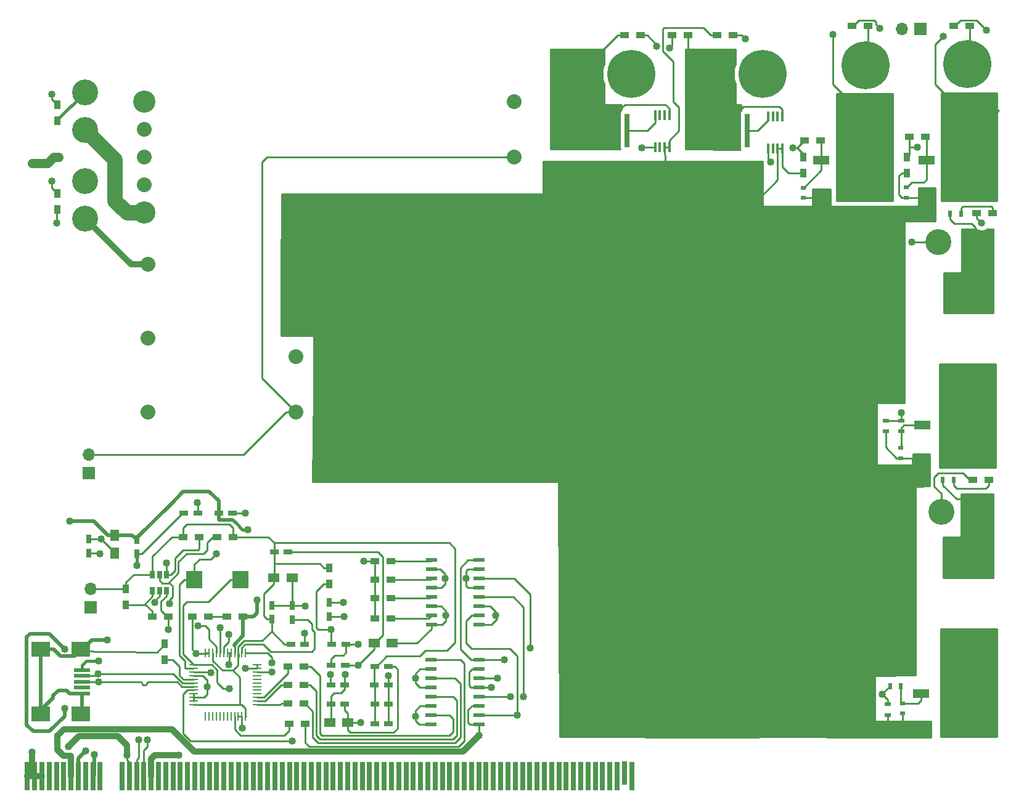
<source format=gtl>
G04 #@! TF.FileFunction,Copper,L1,Top,Signal*
%FSLAX46Y46*%
G04 Gerber Fmt 4.6, Leading zero omitted, Abs format (unit mm)*
G04 Created by KiCad (PCBNEW 4.0.7) date 01/04/18 13:19:04*
%MOMM*%
%LPD*%
G01*
G04 APERTURE LIST*
%ADD10C,0.100000*%
%ADD11R,2.300000X0.500000*%
%ADD12R,2.500000X2.000000*%
%ADD13R,0.701040X4.000500*%
%ADD14R,0.701040X3.200400*%
%ADD15C,2.032000*%
%ADD16R,1.200000X0.750000*%
%ADD17R,1.500000X0.600000*%
%ADD18C,3.048000*%
%ADD19R,1.700000X1.700000*%
%ADD20O,1.700000X1.700000*%
%ADD21R,0.900000X1.200000*%
%ADD22R,1.200000X0.900000*%
%ADD23C,3.556000*%
%ADD24R,0.750000X1.200000*%
%ADD25R,1.250000X1.500000*%
%ADD26R,1.500000X1.250000*%
%ADD27R,0.700000X0.600000*%
%ADD28C,6.604000*%
%ADD29R,2.200000X1.200000*%
%ADD30R,6.400000X5.800000*%
%ADD31R,3.050000X2.750000*%
%ADD32R,0.800000X4.600000*%
%ADD33R,10.800000X9.400000*%
%ADD34R,0.900000X0.500000*%
%ADD35R,0.500000X0.900000*%
%ADD36R,0.650000X1.060000*%
%ADD37R,1.300000X0.250000*%
%ADD38R,0.250000X1.300000*%
%ADD39R,0.450000X1.450000*%
%ADD40R,2.200000X2.400000*%
%ADD41C,1.016000*%
%ADD42C,0.508000*%
%ADD43C,0.812800*%
%ADD44C,0.254000*%
%ADD45C,0.381000*%
%ADD46C,1.270000*%
%ADD47C,0.546100*%
%ADD48C,2.108200*%
G04 APERTURE END LIST*
D10*
D11*
X58934000Y-123596600D03*
X58934000Y-124396600D03*
X58934000Y-125196600D03*
X58934000Y-125996600D03*
X58934000Y-126796600D03*
D12*
X58834000Y-120746600D03*
X53334000Y-120746600D03*
X58834000Y-129646600D03*
X53334000Y-129646600D03*
D13*
X64467740Y-138176000D03*
X65465960Y-138176000D03*
X66466720Y-138176000D03*
X67467480Y-138176000D03*
X68465700Y-138176000D03*
X69466460Y-138176000D03*
X70467220Y-138176000D03*
X51465480Y-138176000D03*
X52466240Y-138176000D03*
X53467000Y-138176000D03*
X54467760Y-138176000D03*
X55465980Y-138176000D03*
X56466740Y-138176000D03*
X57467500Y-138176000D03*
X58465720Y-138176000D03*
X59466480Y-138176000D03*
X60467240Y-138176000D03*
X61465460Y-138176000D03*
X71465440Y-138176000D03*
X72466200Y-138176000D03*
X73466960Y-138176000D03*
X74467720Y-138176000D03*
X75465940Y-138176000D03*
X76466700Y-138176000D03*
X77467460Y-138176000D03*
X78465680Y-138176000D03*
X79466440Y-138176000D03*
X80467200Y-138176000D03*
X81465420Y-138176000D03*
X82466180Y-138176000D03*
X83466940Y-138176000D03*
X84467700Y-138176000D03*
X85465920Y-138176000D03*
X86466680Y-138176000D03*
X87467440Y-138176000D03*
X88465660Y-138176000D03*
X89466420Y-138176000D03*
X90467180Y-138176000D03*
X91465400Y-138176000D03*
X92466160Y-138176000D03*
X93466920Y-138176000D03*
X94467680Y-138176000D03*
X95465900Y-138176000D03*
X96466660Y-138176000D03*
X97467420Y-138176000D03*
X98465640Y-138176000D03*
X99466400Y-138176000D03*
X100467160Y-138176000D03*
X101465380Y-138176000D03*
X102466140Y-138176000D03*
X103466900Y-138176000D03*
X104467660Y-138176000D03*
X105465880Y-138176000D03*
X106466640Y-138176000D03*
X107467400Y-138176000D03*
X108465620Y-138176000D03*
X109466380Y-138176000D03*
X110467140Y-138176000D03*
X111465360Y-138176000D03*
X112466120Y-138176000D03*
X113466880Y-138176000D03*
X114467640Y-138176000D03*
X115465860Y-138176000D03*
X116466620Y-138176000D03*
X117467380Y-138176000D03*
X118465600Y-138176000D03*
X119466360Y-138176000D03*
X120467120Y-138176000D03*
X121465340Y-138176000D03*
X122466100Y-138176000D03*
X123466860Y-138176000D03*
X124467620Y-138176000D03*
X125465840Y-138176000D03*
X126466600Y-138176000D03*
X127467360Y-138176000D03*
X128465580Y-138176000D03*
X129466340Y-138176000D03*
X130467100Y-138176000D03*
X131467860Y-138176000D03*
X132466080Y-138176000D03*
D14*
X133466840Y-137777220D03*
D13*
X134467600Y-138176000D03*
D15*
X88392000Y-75438000D03*
X88392000Y-80518000D03*
X68072000Y-67818000D03*
X68072000Y-77978000D03*
X68072000Y-88138000D03*
X88392000Y-88138000D03*
D16*
X99189500Y-123063000D03*
X101089500Y-123063000D03*
D17*
X106938000Y-108458000D03*
X106938000Y-109728000D03*
X106938000Y-110998000D03*
X106938000Y-112268000D03*
X106938000Y-113538000D03*
X106938000Y-114808000D03*
X106938000Y-116078000D03*
X106938000Y-117348000D03*
X113538000Y-117348000D03*
X113538000Y-116078000D03*
X113538000Y-114808000D03*
X113538000Y-113538000D03*
X113538000Y-112268000D03*
X113538000Y-110998000D03*
X113538000Y-109728000D03*
X113538000Y-108458000D03*
D18*
X67564000Y-60706000D03*
D15*
X67564000Y-56896000D03*
X67564000Y-53086000D03*
X67564000Y-49276000D03*
D18*
X67564000Y-45466000D03*
D15*
X118364000Y-45466000D03*
X118364000Y-53086000D03*
X118364000Y-60706000D03*
X118364000Y-60706000D03*
X118364000Y-53086000D03*
X118364000Y-45466000D03*
D18*
X67564000Y-45466000D03*
D15*
X67564000Y-49276000D03*
X67564000Y-53086000D03*
X67564000Y-56896000D03*
D18*
X67564000Y-60706000D03*
D17*
X106934000Y-122174000D03*
X106934000Y-123444000D03*
X106934000Y-124714000D03*
X106934000Y-125984000D03*
X106934000Y-127254000D03*
X106934000Y-128524000D03*
X106934000Y-129794000D03*
X106934000Y-131064000D03*
X113534000Y-131064000D03*
X113534000Y-129794000D03*
X113534000Y-128524000D03*
X113534000Y-127254000D03*
X113534000Y-125984000D03*
X113534000Y-124714000D03*
X113534000Y-123444000D03*
X113534000Y-122174000D03*
D19*
X59944000Y-96520000D03*
D20*
X59944000Y-93980000D03*
D21*
X55626000Y-60282000D03*
X55626000Y-58082000D03*
D22*
X76304500Y-116205000D03*
X74104500Y-116205000D03*
D19*
X174142400Y-35433000D03*
D20*
X171602400Y-35433000D03*
D21*
X55626000Y-48090000D03*
X55626000Y-45890000D03*
D23*
X59436000Y-44196000D03*
X59436000Y-49326800D03*
D22*
X78846500Y-116205000D03*
X81046500Y-116205000D03*
D23*
X59436000Y-56388000D03*
X59436000Y-61518800D03*
D24*
X85026500Y-116581000D03*
X85026500Y-114681000D03*
D16*
X72966500Y-101981000D03*
X74866500Y-101981000D03*
D25*
X63436500Y-105049000D03*
X63436500Y-107549000D03*
D16*
X77732824Y-101981000D03*
X79632824Y-101981000D03*
X93286500Y-120015000D03*
X95186500Y-120015000D03*
D26*
X85300500Y-110871000D03*
X87800500Y-110871000D03*
D16*
X93163409Y-125603000D03*
X95063409Y-125603000D03*
X87632500Y-120015000D03*
X89532500Y-120015000D03*
D24*
X87820500Y-114747000D03*
X87820500Y-116647000D03*
X92900500Y-114305000D03*
X92900500Y-116205000D03*
X59880500Y-107503000D03*
X59880500Y-105603000D03*
D26*
X95484000Y-130810000D03*
X92984000Y-130810000D03*
X99080000Y-119888000D03*
X101580000Y-119888000D03*
D16*
X95055077Y-128270000D03*
X93155077Y-128270000D03*
X95118000Y-122936000D03*
X93218000Y-122936000D03*
X99151400Y-130937000D03*
X101051400Y-130937000D03*
X99189500Y-128270000D03*
X101089500Y-128270000D03*
X99126000Y-125603000D03*
X101026000Y-125603000D03*
D27*
X172212000Y-57237400D03*
X172212000Y-58637400D03*
D22*
X180906600Y-35052000D03*
X178706600Y-35052000D03*
D27*
X171434760Y-93056480D03*
X171434760Y-94456480D03*
D22*
X181848400Y-60797440D03*
X184048400Y-60797440D03*
D27*
X171640500Y-128141500D03*
X171640500Y-129541500D03*
D22*
X181335500Y-97472500D03*
X183535500Y-97472500D03*
X139997000Y-36322000D03*
X142197000Y-36322000D03*
D27*
X158031180Y-57287160D03*
X158031180Y-58687160D03*
D22*
X166936600Y-35052000D03*
X164736600Y-35052000D03*
X135720000Y-36322000D03*
X133520000Y-36322000D03*
X148420000Y-36322000D03*
X146220000Y-36322000D03*
D18*
X179034440Y-84769960D03*
X182438040Y-84769960D03*
X182438040Y-71307960D03*
X179034440Y-71307960D03*
X179158900Y-121475500D03*
X182562500Y-121475500D03*
X182562500Y-108013500D03*
X179158900Y-108013500D03*
D19*
X60134500Y-114935000D03*
D20*
X60134500Y-112395000D03*
D24*
X66484500Y-107569000D03*
X66484500Y-105669000D03*
D16*
X85346500Y-107315000D03*
X87246500Y-107315000D03*
D28*
X180517800Y-47472600D03*
X180517800Y-40309800D03*
D23*
X176560480Y-64759840D03*
X181691280Y-64759840D03*
X176974500Y-101854000D03*
X182105300Y-101854000D03*
D28*
X166608760Y-47619920D03*
X166608760Y-40457120D03*
X145262600Y-41656000D03*
X152425400Y-41656000D03*
X127228600Y-41656000D03*
X134391400Y-41656000D03*
D29*
X174960280Y-53502560D03*
X174960280Y-58062560D03*
D30*
X181260280Y-55782560D03*
D31*
X182935280Y-57307560D03*
X179585280Y-54257560D03*
X182935280Y-54257560D03*
X179585280Y-57307560D03*
D29*
X174384040Y-89943320D03*
X174384040Y-94503320D03*
D30*
X180684040Y-92223320D03*
D31*
X182359040Y-93748320D03*
X179009040Y-90698320D03*
X182359040Y-90698320D03*
X179009040Y-93748320D03*
D29*
X174206500Y-126867840D03*
X174206500Y-131427840D03*
D30*
X180506500Y-129147840D03*
D31*
X182181500Y-130672840D03*
X178831500Y-127622840D03*
X182181500Y-127622840D03*
X178831500Y-130672840D03*
D29*
X160519000Y-53536500D03*
X160519000Y-58096500D03*
D30*
X166819000Y-55816500D03*
D31*
X168494000Y-57341500D03*
X165144000Y-54291500D03*
X168494000Y-54291500D03*
X165144000Y-57341500D03*
D32*
X143967200Y-49433480D03*
X142697200Y-49433480D03*
X145237200Y-49433480D03*
X147777200Y-49433480D03*
X149047200Y-49433480D03*
D33*
X146507200Y-58577480D03*
D32*
X150317200Y-49433480D03*
X127508000Y-49403000D03*
X126238000Y-49403000D03*
X128778000Y-49403000D03*
X131318000Y-49403000D03*
X132588000Y-49403000D03*
D33*
X130048000Y-58547000D03*
D32*
X133858000Y-49403000D03*
D21*
X172257720Y-55290720D03*
X172257720Y-53090720D03*
D22*
X174762160Y-50327560D03*
X172562160Y-50327560D03*
D34*
X169346880Y-90789760D03*
X169346880Y-89289760D03*
X171490640Y-90799920D03*
X171490640Y-89299920D03*
D35*
X179679600Y-60833000D03*
X178179600Y-60833000D03*
D34*
X169672000Y-129782000D03*
X169672000Y-128282000D03*
D35*
X171438000Y-125793500D03*
X169938000Y-125793500D03*
X178689000Y-97472500D03*
X177189000Y-97472500D03*
D22*
X87228500Y-125603000D03*
X89428500Y-125603000D03*
D21*
X157995620Y-55298520D03*
X157995620Y-53098520D03*
D22*
X160370700Y-50800000D03*
X158170700Y-50800000D03*
D21*
X64960500Y-114595000D03*
X64960500Y-112395000D03*
D22*
X77492500Y-105283000D03*
X79692500Y-105283000D03*
X68602500Y-116205000D03*
X70802500Y-116205000D03*
X75034500Y-105283000D03*
X72834500Y-105283000D03*
D21*
X92900500Y-111717000D03*
X92900500Y-109517000D03*
X70358000Y-119931000D03*
X70358000Y-122131000D03*
D22*
X87398500Y-130937000D03*
X89598500Y-130937000D03*
X87228500Y-128143000D03*
X89428500Y-128143000D03*
X87292000Y-123063000D03*
X89492000Y-123063000D03*
X99230000Y-108585000D03*
X101430000Y-108585000D03*
X99230000Y-111125000D03*
X101430000Y-111125000D03*
X99230000Y-113728500D03*
X101430000Y-113728500D03*
X99230000Y-116459000D03*
X101430000Y-116459000D03*
D36*
X68648500Y-112649000D03*
X69598500Y-112649000D03*
X70548500Y-112649000D03*
X70548500Y-110449000D03*
X68648500Y-110449000D03*
X69598500Y-110449000D03*
D37*
X74326500Y-122853000D03*
X74326500Y-123353000D03*
X74326500Y-123853000D03*
X74326500Y-124353000D03*
X74326500Y-124853000D03*
X74326500Y-125353000D03*
X74326500Y-125853000D03*
X74326500Y-126353000D03*
X74326500Y-126853000D03*
X74326500Y-127353000D03*
X74326500Y-127853000D03*
X74326500Y-128353000D03*
D38*
X75926500Y-129953000D03*
X76426500Y-129953000D03*
X76926500Y-129953000D03*
X77426500Y-129953000D03*
X77926500Y-129953000D03*
X78426500Y-129953000D03*
X78926500Y-129953000D03*
X79426500Y-129953000D03*
X79926500Y-129953000D03*
X80426500Y-129953000D03*
X80926500Y-129953000D03*
X81426500Y-129953000D03*
D37*
X83026500Y-128353000D03*
X83026500Y-127853000D03*
X83026500Y-127353000D03*
X83026500Y-126853000D03*
X83026500Y-126353000D03*
X83026500Y-125853000D03*
X83026500Y-125353000D03*
X83026500Y-124853000D03*
X83026500Y-124353000D03*
X83026500Y-123853000D03*
X83026500Y-123353000D03*
X83026500Y-122853000D03*
D38*
X81426500Y-121253000D03*
X80926500Y-121253000D03*
X80426500Y-121253000D03*
X79926500Y-121253000D03*
X79426500Y-121253000D03*
X78926500Y-121253000D03*
X78426500Y-121253000D03*
X77926500Y-121253000D03*
X77426500Y-121253000D03*
X76926500Y-121253000D03*
X76426500Y-121253000D03*
X75926500Y-121253000D03*
D39*
X155153000Y-47520500D03*
X154503000Y-47520500D03*
X153853000Y-47520500D03*
X153203000Y-47520500D03*
X153203000Y-51920500D03*
X153853000Y-51920500D03*
X154503000Y-51920500D03*
X155153000Y-51920500D03*
X139638680Y-47365560D03*
X138988680Y-47365560D03*
X138338680Y-47365560D03*
X137688680Y-47365560D03*
X137688680Y-51765560D03*
X138338680Y-51765560D03*
X138988680Y-51765560D03*
X139638680Y-51765560D03*
D40*
X80708500Y-111125000D03*
X74408500Y-111125000D03*
D41*
X62458600Y-119494300D03*
X72263000Y-135331200D03*
X68936580Y-114330315D03*
X81026000Y-131572000D03*
X74803000Y-100584000D03*
X81407000Y-101981000D03*
X79121000Y-122809000D03*
X81407000Y-123317000D03*
X61615500Y-105603000D03*
X74676000Y-121285000D03*
X76200000Y-125857000D03*
X95123000Y-124206000D03*
X108839000Y-110998000D03*
X108966000Y-116078000D03*
X104775000Y-124714000D03*
X104775000Y-129921000D03*
X101092000Y-124333000D03*
X96901000Y-120015000D03*
X89535000Y-118491000D03*
X94869000Y-114300000D03*
X89662000Y-114808000D03*
X66522600Y-109232700D03*
X61226700Y-122326400D03*
X56616610Y-128879600D03*
X56616610Y-120726200D03*
X60655200Y-135229600D03*
X57251600Y-103124000D03*
X81724500Y-104267000D03*
X82994500Y-113919000D03*
X93154500Y-117983000D03*
X85026500Y-123825000D03*
X93091000Y-124206000D03*
X79248000Y-126111000D03*
X85026500Y-122555000D03*
X94932500Y-116205000D03*
X77406500Y-107569000D03*
X61404500Y-107569000D03*
X97282000Y-130810000D03*
X87884000Y-133350000D03*
X76708000Y-123952000D03*
X96911000Y-122936000D03*
X172974000Y-64770000D03*
X135890000Y-51816000D03*
X153543000Y-53721000D03*
X182499000Y-62103000D03*
X115824000Y-116078000D03*
X111760000Y-110998000D03*
X113538000Y-132588000D03*
X52146200Y-134835900D03*
X52146200Y-53911500D03*
X55778400Y-53086000D03*
X57124600Y-134112000D03*
X65151000Y-135255000D03*
X55499000Y-62103000D03*
X59486800Y-134721600D03*
X183184800Y-35636200D03*
X168542013Y-35416858D03*
X54864000Y-44450000D03*
X54864000Y-56388000D03*
X115189000Y-125984000D03*
X120523000Y-120523000D03*
X116078000Y-124714000D03*
X173736000Y-51689000D03*
X119634000Y-127254000D03*
X117856000Y-127254000D03*
X171513500Y-88201500D03*
X118745000Y-129794000D03*
X168910000Y-126936500D03*
X116967000Y-122174000D03*
X156591000Y-51816000D03*
X70993000Y-114427000D03*
X74930000Y-117475000D03*
X70802500Y-117983000D03*
X79088300Y-118668800D03*
X70548500Y-108839000D03*
X77914500Y-117729000D03*
X139700000Y-38100000D03*
X137922000Y-37846000D03*
X150114000Y-36830000D03*
X97663000Y-108585000D03*
X177266600Y-36499800D03*
X162102800Y-36245800D03*
X61226700Y-125247400D03*
X66738500Y-133134100D03*
X61175392Y-124080125D03*
X67983100Y-133146800D03*
D42*
X60361700Y-119468900D02*
X62433200Y-119468900D01*
X62433200Y-119468900D02*
X62458600Y-119494300D01*
X58834000Y-120746600D02*
X59084000Y-120746600D01*
X59084000Y-120746600D02*
X60361700Y-119468900D01*
X53334000Y-120746600D02*
X55092000Y-120746600D01*
X55092000Y-120746600D02*
X55986001Y-121640601D01*
X55986001Y-121640601D02*
X57939999Y-121640601D01*
X57939999Y-121640601D02*
X58834000Y-120746600D01*
X58934000Y-126796600D02*
X58934000Y-129546600D01*
X58934000Y-129546600D02*
X58834000Y-129646600D01*
X55740300Y-126390400D02*
X56869800Y-126390400D01*
X56869800Y-126390400D02*
X57276000Y-126796600D01*
X57276000Y-126796600D02*
X58934000Y-126796600D01*
X55016400Y-127114300D02*
X55740300Y-126390400D01*
X55016400Y-127446726D02*
X55016400Y-127114300D01*
X53334000Y-129646600D02*
X53334000Y-129129126D01*
X53334000Y-129129126D02*
X55016400Y-127446726D01*
X53334000Y-120746600D02*
X53334000Y-122254600D01*
X53334000Y-122254600D02*
X53334000Y-129646600D01*
D43*
X68954648Y-135331200D02*
X72263000Y-135331200D01*
X68465700Y-138176000D02*
X68465700Y-135820148D01*
X68465700Y-135820148D02*
X68954648Y-135331200D01*
D44*
X68961000Y-114070500D02*
X68961000Y-114305895D01*
X68961000Y-114305895D02*
X68936580Y-114330315D01*
X69598500Y-112649000D02*
X69598500Y-113433000D01*
X69598500Y-113433000D02*
X68961000Y-114070500D01*
X74326500Y-127353000D02*
X74326500Y-127853000D01*
X74326500Y-127353000D02*
X75720000Y-127353000D01*
X75720000Y-127353000D02*
X76200000Y-126873000D01*
X76200000Y-126873000D02*
X76200000Y-125857000D01*
X80926500Y-129953000D02*
X80926500Y-131472500D01*
X80926500Y-131472500D02*
X81026000Y-131572000D01*
X74866500Y-101981000D02*
X74866500Y-100647500D01*
X74866500Y-100647500D02*
X74803000Y-100584000D01*
X79632824Y-101981000D02*
X81407000Y-101981000D01*
X79248000Y-121253000D02*
X78926500Y-121253000D01*
X79426500Y-121253000D02*
X79248000Y-121253000D01*
X79248000Y-121253000D02*
X79248000Y-122682000D01*
X79248000Y-122682000D02*
X79121000Y-122809000D01*
X83026500Y-123353000D02*
X81443000Y-123353000D01*
X81443000Y-123353000D02*
X81407000Y-123317000D01*
X63436500Y-107549000D02*
X63436500Y-107424000D01*
X63436500Y-107424000D02*
X61615500Y-105603000D01*
X59880500Y-105603000D02*
X61615500Y-105603000D01*
X57779900Y-121026000D02*
X69286000Y-121153000D01*
X69286000Y-121153000D02*
X70358000Y-120081000D01*
X70358000Y-120081000D02*
X70358000Y-119931000D01*
X76200000Y-121253000D02*
X76426500Y-121253000D01*
X75926500Y-121253000D02*
X76200000Y-121253000D01*
X76200000Y-121253000D02*
X76168000Y-121285000D01*
X76168000Y-121285000D02*
X74676000Y-121285000D01*
X74104500Y-116205000D02*
X74104500Y-116909000D01*
X74091799Y-120700799D02*
X74676000Y-121285000D01*
X74104500Y-116909000D02*
X74091799Y-116921701D01*
X74091799Y-116921701D02*
X74091799Y-120700799D01*
X75585000Y-124353000D02*
X76200000Y-124968000D01*
X76200000Y-124968000D02*
X76200000Y-125857000D01*
X75195862Y-124353000D02*
X75585000Y-124353000D01*
X95063409Y-125603000D02*
X95063409Y-124265591D01*
X95063409Y-124265591D02*
X95123000Y-124206000D01*
X93599000Y-126746000D02*
X93155077Y-127189923D01*
X93155077Y-127189923D02*
X93155077Y-128270000D01*
X94549409Y-126746000D02*
X93599000Y-126746000D01*
X95063409Y-125603000D02*
X95063409Y-126232000D01*
X95063409Y-126232000D02*
X94549409Y-126746000D01*
X93155077Y-128270000D02*
X93155077Y-130638923D01*
X93155077Y-130638923D02*
X92984000Y-130810000D01*
X106938000Y-112268000D02*
X108331000Y-112268000D01*
X108331000Y-112268000D02*
X108839000Y-111760000D01*
X108839000Y-111760000D02*
X108839000Y-110998000D01*
X108204000Y-109728000D02*
X108839000Y-110363000D01*
X108839000Y-110363000D02*
X108839000Y-110998000D01*
X107942000Y-109728000D02*
X108204000Y-109728000D01*
X108458000Y-117348000D02*
X108966000Y-116840000D01*
X108966000Y-116840000D02*
X108966000Y-116078000D01*
X106938000Y-117348000D02*
X108458000Y-117348000D01*
X108331000Y-114808000D02*
X108966000Y-115443000D01*
X108966000Y-115443000D02*
X108966000Y-116078000D01*
X107942000Y-114808000D02*
X108331000Y-114808000D01*
X104775000Y-124587000D02*
X104775000Y-125349000D01*
X104775000Y-124079000D02*
X104775000Y-124587000D01*
X104775000Y-124587000D02*
X104775000Y-124714000D01*
X104775000Y-129667000D02*
X104775000Y-129159000D01*
X104775000Y-130556000D02*
X104775000Y-129667000D01*
X104775000Y-129667000D02*
X104775000Y-129921000D01*
X106934000Y-131064000D02*
X105283000Y-131064000D01*
X105283000Y-131064000D02*
X104775000Y-130556000D01*
X104775000Y-129159000D02*
X105410000Y-128524000D01*
X105410000Y-128524000D02*
X106934000Y-128524000D01*
X106934000Y-123444000D02*
X105410000Y-123444000D01*
X105410000Y-123444000D02*
X104775000Y-124079000D01*
X104775000Y-125349000D02*
X105410000Y-125984000D01*
X105410000Y-125984000D02*
X105930000Y-125984000D01*
X105930000Y-125984000D02*
X106934000Y-125984000D01*
X101026000Y-125603000D02*
X101026000Y-124399000D01*
X101026000Y-124399000D02*
X101092000Y-124333000D01*
X101026000Y-125603000D02*
X101026000Y-128206500D01*
X101026000Y-128206500D02*
X101089500Y-128270000D01*
X101089500Y-128270000D02*
X101089500Y-130898900D01*
X101089500Y-130898900D02*
X101051400Y-130937000D01*
X101051400Y-128737400D02*
X101051400Y-130937000D01*
X105918000Y-128524000D02*
X106934000Y-128524000D01*
X106938000Y-114808000D02*
X107942000Y-114808000D01*
X108204000Y-117348000D02*
X106938000Y-117348000D01*
X106938000Y-109728000D02*
X107942000Y-109728000D01*
X101580000Y-119888000D02*
X104952000Y-119888000D01*
X104952000Y-119888000D02*
X106938000Y-117902000D01*
X106938000Y-117902000D02*
X106938000Y-117348000D01*
X95186500Y-120015000D02*
X96901000Y-120015000D01*
X89532500Y-120015000D02*
X89532500Y-118493500D01*
X89532500Y-118493500D02*
X89535000Y-118491000D01*
X93726000Y-121539000D02*
X93218000Y-122047000D01*
X93218000Y-122047000D02*
X93218000Y-122936000D01*
X94840000Y-121539000D02*
X93726000Y-121539000D01*
X95186500Y-120015000D02*
X95186500Y-121192500D01*
X95186500Y-121192500D02*
X94840000Y-121539000D01*
X92900500Y-114305000D02*
X94864000Y-114305000D01*
X94864000Y-114305000D02*
X94869000Y-114300000D01*
X87820500Y-114747000D02*
X89601000Y-114747000D01*
X89601000Y-114747000D02*
X89662000Y-114808000D01*
X87820500Y-114747000D02*
X85092500Y-114747000D01*
X85092500Y-114747000D02*
X85026500Y-114681000D01*
X87800500Y-110871000D02*
X87800500Y-114727000D01*
X87800500Y-114727000D02*
X87820500Y-114747000D01*
X83026500Y-122853000D02*
X83026500Y-123364290D01*
X74326500Y-127853000D02*
X74326500Y-127508000D01*
X74326500Y-127508000D02*
X74326500Y-126839701D01*
X74326500Y-124353000D02*
X75195862Y-124353000D01*
X80926500Y-129953000D02*
X80426500Y-129953000D01*
X85346500Y-107315000D02*
X85346500Y-108966000D01*
X85346500Y-108966000D02*
X85346500Y-110825000D01*
X92900500Y-109517000D02*
X92196500Y-109517000D01*
X92196500Y-109517000D02*
X91645500Y-108966000D01*
X91645500Y-108966000D02*
X85346500Y-108966000D01*
X80645000Y-128353000D02*
X80264000Y-128353000D01*
X80918500Y-128353000D02*
X80645000Y-128353000D01*
X80645000Y-128353000D02*
X80645000Y-124612402D01*
X80645000Y-124612402D02*
X79679799Y-123647201D01*
X81426500Y-129953000D02*
X81426500Y-128861000D01*
X81426500Y-128861000D02*
X80918500Y-128353000D01*
X80264000Y-128353000D02*
X74326500Y-128353000D01*
X80471299Y-121839701D02*
X80471299Y-121297799D01*
X80471299Y-121297799D02*
X80426500Y-121253000D01*
X79679799Y-123647201D02*
X80426500Y-122900500D01*
X80426500Y-122900500D02*
X80426500Y-121884500D01*
X80426500Y-121884500D02*
X80471299Y-121839701D01*
X78244701Y-123647201D02*
X79679799Y-123647201D01*
X76926500Y-121253000D02*
X76926500Y-122329000D01*
X76926500Y-122329000D02*
X78244701Y-123647201D01*
X99189500Y-123063000D02*
X99414500Y-123063000D01*
X109093000Y-120904000D02*
X110236000Y-119761000D01*
X110236000Y-119761000D02*
X110236000Y-106934000D01*
X99414500Y-123063000D02*
X100811500Y-121666000D01*
X105410000Y-121666000D02*
X106172000Y-120904000D01*
X100811500Y-121666000D02*
X105410000Y-121666000D01*
X106172000Y-120904000D02*
X109093000Y-120904000D01*
X110236000Y-106934000D02*
X109413000Y-106111000D01*
X109413000Y-106111000D02*
X107000000Y-106111000D01*
X107000000Y-106111000D02*
X85346500Y-106111000D01*
X85300500Y-110871000D02*
X85300500Y-111750000D01*
X84397500Y-116581000D02*
X85026500Y-116581000D01*
X85300500Y-111750000D02*
X83947000Y-113103500D01*
X83947000Y-113103500D02*
X83947000Y-116130500D01*
X83947000Y-116130500D02*
X84397500Y-116581000D01*
X99126000Y-125603000D02*
X99126000Y-123126500D01*
X99126000Y-123126500D02*
X99189500Y-123063000D01*
X99189500Y-128270000D02*
X99189500Y-125666500D01*
X99189500Y-125666500D02*
X99126000Y-125603000D01*
X99189500Y-128270000D02*
X99189500Y-130898900D01*
X99189500Y-130898900D02*
X99151400Y-130937000D01*
X85346500Y-110825000D02*
X85300500Y-110871000D01*
X99019500Y-123233000D02*
X99189500Y-123063000D01*
X99126000Y-128206500D02*
X99189500Y-128270000D01*
X99189500Y-125539500D02*
X99126000Y-125603000D01*
X81458500Y-129921000D02*
X81426500Y-129953000D01*
X81216500Y-119559000D02*
X83730500Y-119559000D01*
X83730500Y-119559000D02*
X85026500Y-118263000D01*
X80426500Y-121253000D02*
X80426500Y-120349000D01*
X80426500Y-120349000D02*
X81216500Y-119559000D01*
X80426500Y-122273000D02*
X80426500Y-121253000D01*
X85026500Y-116581000D02*
X85026500Y-118263000D01*
X85026500Y-118263000D02*
X86778500Y-120015000D01*
X86778500Y-120015000D02*
X87632500Y-120015000D01*
X99085400Y-130871000D02*
X99151400Y-130937000D01*
X84518500Y-105283000D02*
X85346500Y-106111000D01*
X85346500Y-106111000D02*
X85346500Y-107315000D01*
X79692500Y-105283000D02*
X84518500Y-105283000D01*
X72834500Y-105283000D02*
X72834500Y-104013000D01*
X72834500Y-104013000D02*
X73342500Y-103505000D01*
X79692500Y-104013000D02*
X79692500Y-105283000D01*
X73342500Y-103505000D02*
X79184500Y-103505000D01*
X79184500Y-103505000D02*
X79692500Y-104013000D01*
X68648500Y-110449000D02*
X68648500Y-107945000D01*
X71310500Y-105283000D02*
X72834500Y-105283000D01*
X68648500Y-107945000D02*
X71310500Y-105283000D01*
X64960500Y-112395000D02*
X64960500Y-111541000D01*
X64960500Y-111541000D02*
X66052500Y-110449000D01*
X66052500Y-110449000D02*
X68069500Y-110449000D01*
X68069500Y-110449000D02*
X68648500Y-110449000D01*
X60134500Y-112395000D02*
X64960500Y-112395000D01*
D45*
X66522600Y-109232700D02*
X66522600Y-107607100D01*
X66522600Y-107607100D02*
X66484500Y-107569000D01*
X59573200Y-122326400D02*
X61226700Y-122326400D01*
X58934000Y-123596600D02*
X58934000Y-122965600D01*
X58934000Y-122965600D02*
X59573200Y-122326400D01*
D44*
X72741500Y-101981000D02*
X67153500Y-107569000D01*
X67153500Y-107569000D02*
X66484500Y-107569000D01*
X72966500Y-101981000D02*
X72741500Y-101981000D01*
D42*
X56591200Y-129933700D02*
X56591200Y-128905010D01*
X56591200Y-128905010D02*
X56616610Y-128879600D01*
X54508400Y-132016500D02*
X56591200Y-129933700D01*
X52260500Y-132016500D02*
X54508400Y-132016500D01*
X51384200Y-131140200D02*
X52260500Y-132016500D01*
X51384200Y-130022600D02*
X51384200Y-131140200D01*
X51384200Y-123659900D02*
X51384200Y-130022600D01*
X51384200Y-119062500D02*
X51384200Y-123659900D01*
X51854110Y-118592590D02*
X51384200Y-119062500D01*
X54483000Y-118592590D02*
X51854110Y-118592590D01*
X56616610Y-120726200D02*
X54483000Y-118592590D01*
X60655200Y-135229600D02*
X60655200Y-137988040D01*
X60655200Y-137988040D02*
X60467240Y-138176000D01*
X57823100Y-103149400D02*
X57277000Y-103149400D01*
X57277000Y-103149400D02*
X57251600Y-103124000D01*
X60590398Y-103149400D02*
X57823100Y-103149400D01*
X63436500Y-105049000D02*
X62489998Y-105049000D01*
X62489998Y-105049000D02*
X60590398Y-103149400D01*
X63436500Y-105049000D02*
X63436500Y-104924000D01*
X76454000Y-99060000D02*
X77732824Y-100338824D01*
X77732824Y-100338824D02*
X77732824Y-101981000D01*
X72898000Y-99060000D02*
X76454000Y-99060000D01*
X71249824Y-100708176D02*
X72898000Y-99060000D01*
X71220324Y-100708176D02*
X71249824Y-100708176D01*
D45*
X79905791Y-120248629D02*
X79842292Y-120248629D01*
X79842292Y-120248629D02*
X79905790Y-120248628D01*
D42*
X79842292Y-120107012D02*
X79842292Y-120248629D01*
D45*
X79842292Y-120133315D02*
X79905791Y-120133315D01*
D42*
X81046500Y-116205000D02*
X81046500Y-118902804D01*
X81046500Y-118902804D02*
X79842292Y-120107012D01*
X79842292Y-120107012D02*
X79842292Y-120133315D01*
X82486500Y-116205000D02*
X81046500Y-116205000D01*
X82994500Y-113919000D02*
X82994500Y-115697000D01*
X82994500Y-115697000D02*
X82486500Y-116205000D01*
D45*
X80117080Y-103378000D02*
X81006080Y-104267000D01*
D42*
X77732824Y-101981000D02*
X77732824Y-102864000D01*
X77732824Y-102864000D02*
X77789614Y-102920790D01*
X77789614Y-102920790D02*
X79659870Y-102920790D01*
X79659870Y-102920790D02*
X80117080Y-103378000D01*
X66484500Y-105669000D02*
X66484500Y-105444000D01*
X66484500Y-105444000D02*
X71220324Y-100708176D01*
X77732824Y-101098000D02*
X77732824Y-101981000D01*
X63436500Y-105049000D02*
X65864500Y-105049000D01*
X65864500Y-105049000D02*
X66484500Y-105669000D01*
D44*
X79905791Y-120248629D02*
X79926500Y-120269338D01*
X79926500Y-120269338D02*
X79926500Y-121253000D01*
D45*
X79905791Y-120133315D02*
X79905791Y-120248629D01*
X81006080Y-104267000D02*
X81724500Y-104267000D01*
D44*
X92900500Y-111717000D02*
X92196500Y-111717000D01*
X92196500Y-111717000D02*
X91122500Y-112791000D01*
X91122500Y-112791000D02*
X91122500Y-117729000D01*
X91122500Y-117729000D02*
X91376500Y-117983000D01*
X91376500Y-117983000D02*
X93154500Y-117983000D01*
X93154500Y-117983000D02*
X93154500Y-119893000D01*
X93408500Y-119893000D02*
X93286500Y-120015000D01*
X83026500Y-123853000D02*
X84998500Y-123853000D01*
X84998500Y-123853000D02*
X85026500Y-123825000D01*
X79248000Y-126111000D02*
X78359000Y-126111000D01*
X77546201Y-123595293D02*
X76803908Y-122853000D01*
X78359000Y-126111000D02*
X77546201Y-125298201D01*
X77546201Y-125298201D02*
X77546201Y-123595293D01*
X76803908Y-122853000D02*
X74326500Y-122853000D01*
X93091000Y-124206000D02*
X93091000Y-125530591D01*
X93091000Y-125530591D02*
X93163409Y-125603000D01*
X93091000Y-125675409D02*
X93163409Y-125603000D01*
X73342500Y-114173000D02*
X76306500Y-114173000D01*
X76306500Y-114173000D02*
X79354500Y-111125000D01*
X79354500Y-111125000D02*
X80708500Y-111125000D01*
X72834500Y-114681000D02*
X73342500Y-114173000D01*
X72834500Y-121373000D02*
X72834500Y-114681000D01*
X74326500Y-122853000D02*
X74314500Y-122853000D01*
X74314500Y-122853000D02*
X72834500Y-121373000D01*
X90551000Y-117221000D02*
X89977000Y-116647000D01*
X89977000Y-116647000D02*
X87820500Y-116647000D01*
X90551000Y-117983000D02*
X90551000Y-117221000D01*
X90932000Y-118364000D02*
X90551000Y-117983000D01*
X90614500Y-120967500D02*
X90932000Y-120650000D01*
X90932000Y-120650000D02*
X90932000Y-118364000D01*
X90614500Y-121031000D02*
X90614500Y-120967500D01*
X87820500Y-116647000D02*
X87820500Y-116872000D01*
X84867512Y-121031000D02*
X83852722Y-120016210D01*
X90614500Y-121031000D02*
X84867512Y-121031000D01*
X83852722Y-120016210D02*
X81405882Y-120016210D01*
X81405882Y-120016210D02*
X80926500Y-120495592D01*
X80926500Y-120495592D02*
X80926500Y-121253000D01*
X85026500Y-122555000D02*
X85026500Y-121836580D01*
X85026500Y-121836580D02*
X84442920Y-121253000D01*
X84442920Y-121253000D02*
X81805500Y-121253000D01*
X81805500Y-121253000D02*
X81426500Y-121253000D01*
X94678500Y-116205000D02*
X94932500Y-116205000D01*
X92900500Y-116205000D02*
X94678500Y-116205000D01*
X72580500Y-111599000D02*
X73054500Y-111125000D01*
X73124500Y-123353000D02*
X73124500Y-122309592D01*
X73124500Y-122309592D02*
X72377290Y-121562382D01*
X72377290Y-121562382D02*
X72377290Y-111802210D01*
X72377290Y-111802210D02*
X72580500Y-111599000D01*
X75120500Y-108331000D02*
X74408500Y-109043000D01*
X74408500Y-109043000D02*
X74408500Y-111125000D01*
X76644500Y-108331000D02*
X75120500Y-108331000D01*
X77406500Y-107569000D02*
X76644500Y-108331000D01*
X61338500Y-107503000D02*
X61404500Y-107569000D01*
X59880500Y-107503000D02*
X61338500Y-107503000D01*
X74326500Y-123353000D02*
X73124500Y-123353000D01*
X73054500Y-111125000D02*
X74408500Y-111125000D01*
X97282000Y-130810000D02*
X95484000Y-130810000D01*
X72898000Y-132334000D02*
X73914000Y-133350000D01*
X73914000Y-133350000D02*
X87884000Y-133350000D01*
X72898000Y-126877500D02*
X72898000Y-132334000D01*
X74326500Y-126353000D02*
X73422500Y-126353000D01*
X73422500Y-126353000D02*
X72898000Y-126877500D01*
X101089500Y-123063000D02*
X101943500Y-123063000D01*
X101943500Y-123063000D02*
X102362000Y-123481500D01*
X102362000Y-123481500D02*
X102362000Y-131572000D01*
X102362000Y-131572000D02*
X101803210Y-132130790D01*
X95484000Y-131806000D02*
X95484000Y-130810000D01*
X101803210Y-132130790D02*
X95808790Y-132130790D01*
X95808790Y-132130790D02*
X95484000Y-131806000D01*
X95055077Y-129091077D02*
X95484000Y-129520000D01*
X95484000Y-129520000D02*
X95484000Y-130810000D01*
X95055077Y-128270000D02*
X95055077Y-129091077D01*
X76708000Y-123952000D02*
X76609000Y-123853000D01*
X76609000Y-123853000D02*
X74326500Y-123853000D01*
X95118000Y-122936000D02*
X96911000Y-122936000D01*
X99080000Y-119888000D02*
X99080000Y-120767000D01*
X99080000Y-120767000D02*
X96911000Y-122936000D01*
X100330000Y-118763000D02*
X100330000Y-108040638D01*
X100330000Y-108040638D02*
X99604362Y-107315000D01*
X99604362Y-107315000D02*
X88100500Y-107315000D01*
X88100500Y-107315000D02*
X87246500Y-107315000D01*
X99080000Y-119888000D02*
X99205000Y-119888000D01*
X99205000Y-119888000D02*
X100330000Y-118763000D01*
X140970000Y-46228000D02*
X140970000Y-49455240D01*
X140970000Y-49455240D02*
X139638680Y-50786560D01*
X139638680Y-50786560D02*
X139638680Y-51765560D01*
X140193881Y-45451881D02*
X140970000Y-46228000D01*
X138760201Y-38531799D02*
X140193881Y-39965479D01*
X140193881Y-39965479D02*
X140193881Y-45451881D01*
X138938000Y-35306000D02*
X138760201Y-35483799D01*
X138760201Y-35483799D02*
X138760201Y-38531799D01*
X144350000Y-35306000D02*
X138938000Y-35306000D01*
X146220000Y-36322000D02*
X145366000Y-36322000D01*
X145366000Y-36322000D02*
X144350000Y-35306000D01*
X172257720Y-55290720D02*
X171553720Y-55290720D01*
X171553720Y-55290720D02*
X171196000Y-55648440D01*
X171196000Y-55648440D02*
X171196000Y-58225400D01*
X171608000Y-58637400D02*
X172212000Y-58637400D01*
X171196000Y-58225400D02*
X171608000Y-58637400D01*
X172212000Y-58637400D02*
X174385440Y-58637400D01*
X174385440Y-58637400D02*
X174960280Y-58062560D01*
X156009520Y-55298520D02*
X155153000Y-54442000D01*
X155153000Y-54442000D02*
X155153000Y-51920500D01*
X157995620Y-55298520D02*
X156009520Y-55298520D01*
X158031180Y-58687160D02*
X159928340Y-58687160D01*
X159928340Y-58687160D02*
X160519000Y-58096500D01*
X171434760Y-94456480D02*
X170830760Y-94456480D01*
X170830760Y-94456480D02*
X169346880Y-92972600D01*
X169346880Y-92972600D02*
X169346880Y-91293760D01*
X169346880Y-91293760D02*
X169346880Y-90789760D01*
X174384040Y-94503320D02*
X171481600Y-94503320D01*
X171481600Y-94503320D02*
X171434760Y-94456480D01*
X169672000Y-131000500D02*
X170099340Y-131427840D01*
X170099340Y-131427840D02*
X174206500Y-131427840D01*
X171640500Y-129541500D02*
X171640500Y-131127500D01*
X171640500Y-131127500D02*
X171940840Y-131427840D01*
X171940840Y-131427840D02*
X174206500Y-131427840D01*
X169672000Y-129782000D02*
X169672000Y-131000500D01*
X139065000Y-56134000D02*
X136652000Y-58547000D01*
X136652000Y-58547000D02*
X130048000Y-58547000D01*
X139065000Y-52820880D02*
X139065000Y-56134000D01*
X138988680Y-51765560D02*
X138988680Y-52744560D01*
X138988680Y-52744560D02*
X139065000Y-52820880D01*
X139638680Y-51765560D02*
X138988680Y-51765560D01*
X154503000Y-51920500D02*
X154503000Y-56235680D01*
X154503000Y-56235680D02*
X152161200Y-58577480D01*
X152161200Y-58577480D02*
X146507200Y-58577480D01*
X154503000Y-51920500D02*
X155153000Y-51920500D01*
D43*
X55626000Y-134569200D02*
X55626000Y-132594587D01*
X55626000Y-132594587D02*
X56508897Y-131711690D01*
X56508897Y-131711690D02*
X71305809Y-131711690D01*
X71305809Y-131711690D02*
X74391929Y-134797810D01*
X74391929Y-134797810D02*
X111328190Y-134797810D01*
X111328190Y-134797810D02*
X113030001Y-133095999D01*
X113030001Y-133095999D02*
X113538000Y-132588000D01*
X56419750Y-135362950D02*
X55626000Y-134569200D01*
X57467500Y-135362950D02*
X56419750Y-135362950D01*
X57467500Y-138176000D02*
X57467500Y-135362950D01*
D44*
X166936600Y-35052000D02*
X166936600Y-40129280D01*
X166936600Y-40129280D02*
X166608760Y-40457120D01*
X180906600Y-35052000D02*
X180906600Y-39921000D01*
X180906600Y-39921000D02*
X180517800Y-40309800D01*
X166936600Y-35052000D02*
X167086600Y-35052000D01*
X181335500Y-97472500D02*
X180873401Y-97472500D01*
X180873401Y-97472500D02*
X179920901Y-96520000D01*
X179920901Y-96520000D02*
X176580800Y-96520000D01*
X176580800Y-96520000D02*
X175971200Y-97129600D01*
X175971200Y-97129600D02*
X175971200Y-98336229D01*
X175971200Y-98336229D02*
X176974500Y-99339529D01*
X176974500Y-99339529D02*
X176974500Y-101854000D01*
X111760000Y-110998000D02*
X111760000Y-112014000D01*
X112014000Y-112268000D02*
X113538000Y-112268000D01*
X111760000Y-112014000D02*
X112014000Y-112268000D01*
X113538000Y-109728000D02*
X112014000Y-109728000D01*
X112014000Y-109728000D02*
X111760000Y-109982000D01*
X111760000Y-109982000D02*
X111760000Y-110998000D01*
X176560480Y-64759840D02*
X172984160Y-64759840D01*
X172984160Y-64759840D02*
X172974000Y-64770000D01*
X137688680Y-51765560D02*
X135940440Y-51765560D01*
X135940440Y-51765560D02*
X135890000Y-51816000D01*
X153203000Y-51920500D02*
X153203000Y-53381000D01*
X153203000Y-53381000D02*
X153543000Y-53721000D01*
X181848400Y-60797440D02*
X181848400Y-61452400D01*
X181848400Y-61452400D02*
X182499000Y-62103000D01*
X115951000Y-116586000D02*
X115824000Y-116459000D01*
X115824000Y-116459000D02*
X115824000Y-116078000D01*
X115189000Y-117348000D02*
X115951000Y-116586000D01*
X113538000Y-117348000D02*
X115189000Y-117348000D01*
X115062000Y-114808000D02*
X115824000Y-115570000D01*
X115824000Y-115570000D02*
X115824000Y-116078000D01*
X114542000Y-114808000D02*
X115062000Y-114808000D01*
X113538000Y-114808000D02*
X114542000Y-114808000D01*
X113534000Y-131064000D02*
X113534000Y-132584000D01*
X113534000Y-132584000D02*
X113538000Y-132588000D01*
X113534000Y-128524000D02*
X112530000Y-128524000D01*
X112530000Y-128524000D02*
X112014000Y-129040000D01*
X112014000Y-129040000D02*
X112014000Y-130810000D01*
X112014000Y-130810000D02*
X112268000Y-131064000D01*
X112268000Y-131064000D02*
X113534000Y-131064000D01*
D43*
X52146200Y-134835900D02*
X52146200Y-137855960D01*
X52146200Y-137855960D02*
X52466240Y-138176000D01*
D46*
X54234480Y-53911500D02*
X52146200Y-53911500D01*
X55778400Y-53086000D02*
X55059980Y-53086000D01*
X55059980Y-53086000D02*
X54234480Y-53911500D01*
D47*
X52044600Y-138176000D02*
X51440080Y-138176000D01*
X53441600Y-138176000D02*
X52044600Y-138176000D01*
D43*
X53022500Y-138176000D02*
X52466240Y-138176000D01*
X53467000Y-138176000D02*
X53022500Y-138176000D01*
X52466240Y-138176000D02*
X51465480Y-138176000D01*
D48*
X67564000Y-60706000D02*
X65151000Y-60706000D01*
X65151000Y-60706000D02*
X63500000Y-59055000D01*
X63500000Y-59055000D02*
X63500000Y-53390800D01*
X63500000Y-53390800D02*
X59436000Y-49326800D01*
D42*
X66118000Y-60833000D02*
X66381160Y-60833000D01*
X66381160Y-60833000D02*
X67818000Y-60833000D01*
D45*
X55626000Y-48090000D02*
X55626000Y-47940000D01*
X55626000Y-47940000D02*
X59370000Y-44196000D01*
X59370000Y-44196000D02*
X59436000Y-44196000D01*
D43*
X58559700Y-132676900D02*
X57124600Y-134112000D01*
X63868300Y-132676900D02*
X58559700Y-132676900D01*
X65151000Y-135255000D02*
X65151000Y-133959600D01*
X65151000Y-133959600D02*
X63868300Y-132676900D01*
D44*
X65151000Y-135255000D02*
X65151000Y-135973420D01*
X65465960Y-136288380D02*
X65465960Y-138176000D01*
X65151000Y-135973420D02*
X65465960Y-136288380D01*
X55499000Y-48217000D02*
X55626000Y-48090000D01*
X55499000Y-62103000D02*
X55499000Y-60409000D01*
X55499000Y-60409000D02*
X55626000Y-60282000D01*
X55626000Y-48090000D02*
X55626000Y-48240000D01*
D42*
X58465720Y-138176000D02*
X58465720Y-135742680D01*
X58465720Y-135742680D02*
X59486800Y-134721600D01*
X58465720Y-136164320D02*
X58465720Y-138176000D01*
D43*
X59436000Y-61518800D02*
X65735200Y-67818000D01*
X65735200Y-67818000D02*
X68072000Y-67818000D01*
D44*
X174561500Y-56578500D02*
X174960280Y-56179720D01*
X174960280Y-56179720D02*
X174960280Y-53502560D01*
X172920900Y-56578500D02*
X174561500Y-56578500D01*
X172212000Y-57237400D02*
X172262000Y-57237400D01*
X172262000Y-57237400D02*
X172920900Y-56578500D01*
X174960280Y-53502560D02*
X174960280Y-50525680D01*
X174960280Y-50525680D02*
X174762160Y-50327560D01*
X183184800Y-35636200D02*
X181820399Y-34271799D01*
X181820399Y-34271799D02*
X179636801Y-34271799D01*
X179636801Y-34271799D02*
X178856600Y-35052000D01*
X178856600Y-35052000D02*
X178706600Y-35052000D01*
X171490640Y-90799920D02*
X171490640Y-93000600D01*
X171490640Y-93000600D02*
X171434760Y-93056480D01*
X174384040Y-89943320D02*
X171843240Y-89943320D01*
X171843240Y-89943320D02*
X171490640Y-90295920D01*
X171490640Y-90295920D02*
X171490640Y-90799920D01*
X179679600Y-60833000D02*
X179679600Y-60129000D01*
X179679600Y-60129000D02*
X179991600Y-59817000D01*
X179991600Y-59817000D02*
X183832500Y-59817000D01*
X183832500Y-59817000D02*
X184048400Y-60032900D01*
X184048400Y-60032900D02*
X184048400Y-60797440D01*
X171640500Y-128141500D02*
X173786840Y-128141500D01*
X173786840Y-128141500D02*
X174206500Y-127721840D01*
X174206500Y-127721840D02*
X174206500Y-126867840D01*
X171438000Y-125793500D02*
X171438000Y-127939000D01*
X171438000Y-127939000D02*
X171640500Y-128141500D01*
X178689000Y-97472500D02*
X178689000Y-98176500D01*
X178689000Y-98176500D02*
X179128000Y-98615500D01*
X179128000Y-98615500D02*
X183096500Y-98615500D01*
X178689000Y-97590000D02*
X178689000Y-97790000D01*
X183096500Y-98615500D02*
X183535500Y-98176500D01*
X183535500Y-98176500D02*
X183535500Y-97472500D01*
X149825680Y-46101000D02*
X154712500Y-46101000D01*
X154712500Y-46101000D02*
X155153000Y-46541500D01*
X155153000Y-46541500D02*
X155153000Y-47520500D01*
X149047200Y-49433480D02*
X149047200Y-46879480D01*
X149047200Y-46879480D02*
X149825680Y-46101000D01*
X142197000Y-36322000D02*
X142197000Y-38590400D01*
X142197000Y-38590400D02*
X145262600Y-41656000D01*
X160519000Y-53536500D02*
X160519000Y-54849340D01*
X160519000Y-54849340D02*
X158081180Y-57287160D01*
X158081180Y-57287160D02*
X158031180Y-57287160D01*
X160519000Y-53536500D02*
X160519000Y-50948300D01*
X160519000Y-50948300D02*
X160370700Y-50800000D01*
X168542013Y-35416858D02*
X168034014Y-34908859D01*
X168034014Y-34908859D02*
X168034014Y-34505052D01*
X168034014Y-34505052D02*
X167800761Y-34271799D01*
X167800761Y-34271799D02*
X165666801Y-34271799D01*
X165666801Y-34271799D02*
X164886600Y-35052000D01*
X164886600Y-35052000D02*
X164736600Y-35052000D01*
X54864000Y-44450000D02*
X54864000Y-45128000D01*
X54864000Y-45128000D02*
X55626000Y-45890000D01*
X54864000Y-56388000D02*
X54864000Y-57320000D01*
X54864000Y-57320000D02*
X55626000Y-58082000D01*
X178179600Y-61657100D02*
X178752500Y-62230000D01*
X178752500Y-62230000D02*
X181165500Y-62230000D01*
X178179600Y-61404500D02*
X178179600Y-61537000D01*
X178179600Y-60833000D02*
X178179600Y-61404500D01*
X178179600Y-61404500D02*
X178179600Y-61657100D01*
X181691280Y-64759840D02*
X181691280Y-70561200D01*
X181691280Y-70561200D02*
X182438040Y-71307960D01*
X181673500Y-62738000D02*
X181673500Y-64742060D01*
X181673500Y-64742060D02*
X181691280Y-64759840D01*
X181165500Y-62230000D02*
X181673500Y-62738000D01*
X177189000Y-97472500D02*
X177189000Y-98176500D01*
X179088501Y-100076001D02*
X179199501Y-100076001D01*
X177189000Y-98176500D02*
X179088501Y-100076001D01*
X179199501Y-100076001D02*
X180327301Y-100076001D01*
X180327301Y-100076001D02*
X182105300Y-101854000D01*
X179846501Y-100076001D02*
X180327301Y-100076001D01*
X115189000Y-125984000D02*
X113534000Y-125984000D01*
X112141000Y-125730000D02*
X112395000Y-125984000D01*
X112395000Y-125984000D02*
X113534000Y-125984000D01*
X112141000Y-123833000D02*
X112141000Y-125730000D01*
X113534000Y-123444000D02*
X112530000Y-123444000D01*
X112530000Y-123444000D02*
X112141000Y-123833000D01*
X118364000Y-53086000D02*
X84353400Y-53086000D01*
X83693000Y-83439000D02*
X88392000Y-88138000D01*
X84353400Y-53086000D02*
X83693000Y-53746400D01*
X83693000Y-53746400D02*
X83693000Y-83439000D01*
X88392000Y-88138000D02*
X86955160Y-88138000D01*
X86955160Y-88138000D02*
X81113160Y-93980000D01*
X81113160Y-93980000D02*
X61146081Y-93980000D01*
X61146081Y-93980000D02*
X59944000Y-93980000D01*
X150317200Y-49433480D02*
X151790020Y-49433480D01*
X151790020Y-49433480D02*
X153203000Y-48020500D01*
X153203000Y-48020500D02*
X153203000Y-47520500D01*
X137688680Y-47365560D02*
X137688680Y-48344560D01*
X137688680Y-48344560D02*
X136630240Y-49403000D01*
X136630240Y-49403000D02*
X134512000Y-49403000D01*
X134512000Y-49403000D02*
X133858000Y-49403000D01*
X120523000Y-113157000D02*
X120523000Y-120523000D01*
X118364000Y-110998000D02*
X120523000Y-113157000D01*
X113988000Y-110998000D02*
X118364000Y-110998000D01*
X113538000Y-110998000D02*
X113988000Y-110998000D01*
X115697000Y-124714000D02*
X115824000Y-124714000D01*
X113534000Y-124714000D02*
X115697000Y-124714000D01*
X115697000Y-124714000D02*
X116078000Y-124714000D01*
X172562160Y-50327560D02*
X172562160Y-51689000D01*
X172562160Y-51689000D02*
X172562160Y-52786280D01*
X173736000Y-51689000D02*
X173017580Y-51689000D01*
X173017580Y-51689000D02*
X172562160Y-51689000D01*
X172562160Y-52786280D02*
X172257720Y-53090720D01*
X119634000Y-114935000D02*
X118237000Y-113538000D01*
X118237000Y-113538000D02*
X113538000Y-113538000D01*
X119634000Y-127254000D02*
X119634000Y-114935000D01*
X113534000Y-127254000D02*
X117856000Y-127254000D01*
X171490640Y-89299920D02*
X169357040Y-89299920D01*
X169357040Y-89299920D02*
X169346880Y-89289760D01*
X171513500Y-88201500D02*
X171513500Y-89277060D01*
X171513500Y-89277060D02*
X171490640Y-89299920D01*
X169672000Y-128282000D02*
X169672000Y-127698500D01*
X169672000Y-127698500D02*
X168910000Y-126936500D01*
X118745000Y-129794000D02*
X118745000Y-121666000D01*
X111760000Y-119888000D02*
X111760000Y-116840000D01*
X118745000Y-121666000D02*
X117729000Y-120650000D01*
X117729000Y-120650000D02*
X112522000Y-120650000D01*
X112522000Y-120650000D02*
X111760000Y-119888000D01*
X111760000Y-116840000D02*
X112522000Y-116078000D01*
X112522000Y-116078000D02*
X113538000Y-116078000D01*
X113534000Y-129794000D02*
X113984000Y-129794000D01*
X113984000Y-129794000D02*
X118745000Y-129794000D01*
X113534000Y-129794000D02*
X114538000Y-129794000D01*
X168910000Y-126936500D02*
X168910000Y-126821500D01*
X168910000Y-126821500D02*
X169938000Y-125793500D01*
X86327092Y-125603000D02*
X87228500Y-125603000D01*
X83026500Y-127853000D02*
X84077092Y-127853000D01*
X84077092Y-127853000D02*
X86327092Y-125603000D01*
X89428500Y-125603000D02*
X90282500Y-125603000D01*
X109982000Y-133096000D02*
X110490000Y-132588000D01*
X90282500Y-125603000D02*
X91186000Y-126506500D01*
X91186000Y-126506500D02*
X91186000Y-132588000D01*
X91186000Y-132588000D02*
X91694000Y-133096000D01*
X91694000Y-133096000D02*
X109982000Y-133096000D01*
X110490000Y-132588000D02*
X110490000Y-127762000D01*
X110490000Y-127762000D02*
X109982000Y-127254000D01*
X109982000Y-127254000D02*
X106934000Y-127254000D01*
X111633000Y-121412000D02*
X111887000Y-121666000D01*
X112014000Y-108458000D02*
X110921799Y-109550201D01*
X111887000Y-121666000D02*
X112395000Y-122174000D01*
X110921799Y-109550201D02*
X110921799Y-120700799D01*
X110921799Y-120700799D02*
X111887000Y-121666000D01*
X113538000Y-108458000D02*
X112014000Y-108458000D01*
X113534000Y-122174000D02*
X116967000Y-122174000D01*
X113538000Y-108458000D02*
X113088000Y-108458000D01*
X112395000Y-122174000D02*
X113534000Y-122174000D01*
X157154700Y-51816000D02*
X157162500Y-51816000D01*
X157162500Y-51816000D02*
X157995620Y-52649120D01*
X157995620Y-52649120D02*
X157995620Y-53098520D01*
X156591000Y-51816000D02*
X157154700Y-51816000D01*
X157154700Y-51816000D02*
X158170700Y-50800000D01*
X68648500Y-112649000D02*
X68648500Y-113433000D01*
X68648500Y-113433000D02*
X67486500Y-114595000D01*
X67486500Y-114595000D02*
X65664500Y-114595000D01*
X65664500Y-114595000D02*
X64960500Y-114595000D01*
X64960500Y-114595000D02*
X67696500Y-114595000D01*
X67696500Y-114595000D02*
X68602500Y-115501000D01*
X68602500Y-115501000D02*
X68602500Y-116205000D01*
X71386700Y-113525300D02*
X70993000Y-113919000D01*
X70993000Y-113919000D02*
X70993000Y-114427000D01*
X71386700Y-112037838D02*
X71386700Y-113525300D01*
X69998500Y-111633000D02*
X70802500Y-111633000D01*
X70802500Y-111633000D02*
X70813862Y-111633000D01*
X71386700Y-112037838D02*
X70981862Y-111633000D01*
X70981862Y-111633000D02*
X70802500Y-111633000D01*
X75882500Y-117475000D02*
X74930000Y-117475000D01*
X76390500Y-117983000D02*
X75882500Y-117475000D01*
X76390500Y-119313000D02*
X76390500Y-117983000D01*
X77426500Y-121253000D02*
X77426500Y-120349000D01*
X77426500Y-120349000D02*
X76390500Y-119313000D01*
X69598500Y-110449000D02*
X69598500Y-111233000D01*
X72178710Y-108732790D02*
X73342500Y-107569000D01*
X69598500Y-111233000D02*
X69998500Y-111633000D01*
X70813862Y-111633000D02*
X72178710Y-110268152D01*
X72178710Y-110268152D02*
X72178710Y-108732790D01*
X73342500Y-107569000D02*
X75628500Y-107569000D01*
X75628500Y-107569000D02*
X76136500Y-107061000D01*
X76136500Y-106045000D02*
X76898500Y-105283000D01*
X76136500Y-107061000D02*
X76136500Y-106045000D01*
X76898500Y-105283000D02*
X77492500Y-105283000D01*
X70548500Y-112649000D02*
X70548500Y-113433000D01*
X70548500Y-113433000D02*
X69850000Y-114131500D01*
X69850000Y-114131500D02*
X69850000Y-115402500D01*
X69850000Y-115402500D02*
X70652500Y-116205000D01*
X70652500Y-116205000D02*
X70802500Y-116205000D01*
X70802500Y-117983000D02*
X70802500Y-116205000D01*
X78426500Y-121253000D02*
X78426500Y-120349000D01*
X78426500Y-120349000D02*
X79088300Y-119687200D01*
X79088300Y-119687200D02*
X79088300Y-118668800D01*
X70548500Y-115951000D02*
X70802500Y-116205000D01*
X70548500Y-108839000D02*
X70548500Y-110449000D01*
X77926500Y-121253000D02*
X77926500Y-117741000D01*
X77926500Y-117741000D02*
X77914500Y-117729000D01*
X70548500Y-110449000D02*
X71127500Y-110449000D01*
X71127500Y-110449000D02*
X71721500Y-109855000D01*
X71721500Y-109855000D02*
X71721500Y-108174000D01*
X71721500Y-108174000D02*
X72834500Y-107061000D01*
X72834500Y-107061000D02*
X74866500Y-107061000D01*
X74866500Y-107061000D02*
X75034500Y-106893000D01*
X75034500Y-106893000D02*
X75034500Y-105283000D01*
X74326500Y-124853000D02*
X73533000Y-124853000D01*
X73533000Y-124853000D02*
X73422500Y-124853000D01*
X72910000Y-124853000D02*
X73533000Y-124853000D01*
X72390000Y-124333000D02*
X72910000Y-124853000D01*
X72390000Y-123063000D02*
X72390000Y-124333000D01*
X71458000Y-122131000D02*
X72390000Y-123063000D01*
X70358000Y-122131000D02*
X71458000Y-122131000D01*
X79926500Y-129953000D02*
X79926500Y-131742500D01*
X86741000Y-132588000D02*
X87398500Y-131930500D01*
X79926500Y-131742500D02*
X80772000Y-132588000D01*
X80772000Y-132588000D02*
X86741000Y-132588000D01*
X87398500Y-131930500D02*
X87398500Y-130937000D01*
X87566500Y-131105000D02*
X87398500Y-130937000D01*
X111506000Y-122682000D02*
X110998000Y-122174000D01*
X110998000Y-122174000D02*
X106934000Y-122174000D01*
X111506000Y-133350000D02*
X111506000Y-122682000D01*
X110744000Y-134112000D02*
X111506000Y-133350000D01*
X90170000Y-134112000D02*
X110744000Y-134112000D01*
X89598500Y-133540500D02*
X90170000Y-134112000D01*
X89598500Y-130937000D02*
X89598500Y-133540500D01*
X108204000Y-122174000D02*
X106934000Y-122174000D01*
X87228500Y-128143000D02*
X86374500Y-128143000D01*
X86374500Y-128143000D02*
X86164500Y-128353000D01*
X86164500Y-128353000D02*
X83930500Y-128353000D01*
X83930500Y-128353000D02*
X83026500Y-128353000D01*
X110998000Y-125476000D02*
X110236000Y-124714000D01*
X110236000Y-124714000D02*
X106934000Y-124714000D01*
X110998000Y-132842000D02*
X110998000Y-125476000D01*
X110236000Y-133604000D02*
X110998000Y-132842000D01*
X91440000Y-133604000D02*
X110236000Y-133604000D01*
X90678000Y-132842000D02*
X91440000Y-133604000D01*
X90678000Y-129242500D02*
X90678000Y-132842000D01*
X89578500Y-128143000D02*
X90678000Y-129242500D01*
X89428500Y-128143000D02*
X89578500Y-128143000D01*
X83930500Y-127353000D02*
X87292000Y-123991500D01*
X87292000Y-123991500D02*
X87292000Y-123063000D01*
X83930500Y-127353000D02*
X83026500Y-127353000D01*
X89492000Y-123063000D02*
X90346000Y-123063000D01*
X90346000Y-123063000D02*
X91694000Y-124411000D01*
X91694000Y-124411000D02*
X91694000Y-132334000D01*
X91694000Y-132334000D02*
X91948000Y-132588000D01*
X109474000Y-132588000D02*
X109982000Y-132080000D01*
X91948000Y-132588000D02*
X109474000Y-132588000D01*
X109982000Y-132080000D02*
X109982000Y-130302000D01*
X109474000Y-129794000D02*
X106934000Y-129794000D01*
X109982000Y-130302000D02*
X109474000Y-129794000D01*
X101430000Y-108585000D02*
X106811000Y-108585000D01*
X106811000Y-108585000D02*
X106938000Y-108458000D01*
X101917500Y-108458000D02*
X101391900Y-108458000D01*
X101430000Y-111125000D02*
X106811000Y-111125000D01*
X106811000Y-111125000D02*
X106938000Y-110998000D01*
X101430000Y-113728500D02*
X106747500Y-113728500D01*
X106747500Y-113728500D02*
X106938000Y-113538000D01*
X101790500Y-113411000D02*
X101282500Y-113411000D01*
X101430000Y-116459000D02*
X106557000Y-116459000D01*
X106557000Y-116459000D02*
X106938000Y-116078000D01*
X101516500Y-116205000D02*
X101366500Y-116205000D01*
X78846500Y-116205000D02*
X76304500Y-116205000D01*
X139997000Y-36322000D02*
X139997000Y-37803000D01*
X139997000Y-37803000D02*
X139700000Y-38100000D01*
X137922000Y-37670000D02*
X137922000Y-37846000D01*
X135720000Y-36322000D02*
X136574000Y-36322000D01*
X136574000Y-36322000D02*
X137922000Y-37670000D01*
X133590000Y-45847000D02*
X139099120Y-45847000D01*
X139099120Y-45847000D02*
X139638680Y-46386560D01*
X139638680Y-46386560D02*
X139638680Y-47365560D01*
X132588000Y-49403000D02*
X132588000Y-46849000D01*
X132588000Y-46849000D02*
X133590000Y-45847000D01*
D43*
X127228600Y-41656000D02*
X127228600Y-49123600D01*
X127228600Y-49123600D02*
X127508000Y-49403000D01*
D44*
X133520000Y-36322000D02*
X132562600Y-36322000D01*
X132562600Y-36322000D02*
X127228600Y-41656000D01*
X148420000Y-36322000D02*
X149606000Y-36322000D01*
X149606000Y-36322000D02*
X150114000Y-36830000D01*
X99230000Y-108585000D02*
X97663000Y-108585000D01*
X99230000Y-108585000D02*
X99230000Y-111125000D01*
X99230000Y-111125000D02*
X99230000Y-111829000D01*
X99230000Y-111829000D02*
X99230000Y-113728500D01*
X99230000Y-108585000D02*
X99230000Y-116459000D01*
X99107900Y-108542000D02*
X99191900Y-108458000D01*
X99082500Y-110769400D02*
X99107900Y-110744000D01*
X99166500Y-113495000D02*
X99082500Y-113411000D01*
X176149000Y-43103800D02*
X176149000Y-37617400D01*
X176149000Y-37617400D02*
X177266600Y-36499800D01*
X176149000Y-43103800D02*
X180517800Y-47472600D01*
X184851040Y-46680120D02*
X184058560Y-47472600D01*
X184058560Y-47472600D02*
X180517800Y-47472600D01*
X162102800Y-43113960D02*
X162102800Y-36245800D01*
X166608760Y-47619920D02*
X162102800Y-43113960D01*
X61226700Y-125247400D02*
X67017900Y-125247400D01*
X67393955Y-125665230D02*
X67441034Y-125670535D01*
X67949238Y-125268351D02*
X67993955Y-125252704D01*
X72056550Y-125247400D02*
X72662150Y-125853000D01*
X67017900Y-125247400D02*
X67064978Y-125252704D01*
X67808515Y-125550763D02*
X67824162Y-125506046D01*
X67834771Y-125411888D02*
X67850418Y-125367171D01*
X67064978Y-125252704D02*
X67109695Y-125268351D01*
X67109695Y-125268351D02*
X67149809Y-125293557D01*
X67349238Y-125649583D02*
X67393955Y-125665230D01*
X67309124Y-125624377D02*
X67349238Y-125649583D01*
X67149809Y-125293557D02*
X67183309Y-125327057D01*
X67183309Y-125327057D02*
X67208515Y-125367171D01*
X67749809Y-125624377D02*
X67783309Y-125590877D01*
X67224162Y-125411888D02*
X67234771Y-125506046D01*
X67208515Y-125367171D02*
X67224162Y-125411888D01*
X67275624Y-125590877D02*
X67309124Y-125624377D01*
X67234771Y-125506046D02*
X67250418Y-125550763D01*
X67250418Y-125550763D02*
X67275624Y-125590877D01*
X67441034Y-125670535D02*
X67617900Y-125670535D01*
X67909124Y-125293557D02*
X67949238Y-125268351D01*
X67617900Y-125670535D02*
X67664978Y-125665230D01*
X67664978Y-125665230D02*
X67709695Y-125649583D01*
X67709695Y-125649583D02*
X67749809Y-125624377D01*
X67783309Y-125590877D02*
X67808515Y-125550763D01*
X73422500Y-125853000D02*
X74326500Y-125853000D01*
X67824162Y-125506046D02*
X67834771Y-125411888D01*
X67850418Y-125367171D02*
X67875624Y-125327057D01*
X67875624Y-125327057D02*
X67909124Y-125293557D01*
X67993955Y-125252704D02*
X68041034Y-125247400D01*
X68041034Y-125247400D02*
X72056550Y-125247400D01*
X72662150Y-125853000D02*
X73422500Y-125853000D01*
X58934000Y-125196600D02*
X61175900Y-125196600D01*
X61175900Y-125196600D02*
X61226700Y-125247400D01*
X66738500Y-135649970D02*
X66738500Y-133134100D01*
X66466720Y-138176000D02*
X66466720Y-135921750D01*
X66466720Y-135921750D02*
X66738500Y-135649970D01*
X74326500Y-125353000D02*
X72736900Y-125353000D01*
X71464025Y-124080125D02*
X67039267Y-124080125D01*
X72736900Y-125353000D02*
X71464025Y-124080125D01*
X67039267Y-124080125D02*
X61175392Y-124080125D01*
X58934000Y-124396600D02*
X60858917Y-124396600D01*
X60858917Y-124396600D02*
X61175392Y-124080125D01*
X67467480Y-134627620D02*
X67983100Y-134112000D01*
X67983100Y-134112000D02*
X67983100Y-133146800D01*
X67467480Y-138176000D02*
X67467480Y-134627620D01*
G36*
X184658000Y-59055000D02*
X176974500Y-59055000D01*
X176974500Y-44259500D01*
X184658000Y-44259500D01*
X184658000Y-59055000D01*
X184658000Y-59055000D01*
G37*
X184658000Y-59055000D02*
X176974500Y-59055000D01*
X176974500Y-44259500D01*
X184658000Y-44259500D01*
X184658000Y-59055000D01*
G36*
X170307000Y-59118500D02*
X162623500Y-59118500D01*
X162623500Y-44323000D01*
X170307000Y-44323000D01*
X170307000Y-59118500D01*
X170307000Y-59118500D01*
G37*
X170307000Y-59118500D02*
X162623500Y-59118500D01*
X162623500Y-44323000D01*
X170307000Y-44323000D01*
X170307000Y-59118500D01*
G36*
X181850697Y-63071423D02*
X182270646Y-63245801D01*
X182725359Y-63246198D01*
X183145612Y-63072554D01*
X183226306Y-62992000D01*
X184150000Y-62992000D01*
X184150000Y-74485500D01*
X177355500Y-74485500D01*
X177355500Y-68961000D01*
X179641500Y-68961000D01*
X179690910Y-68950994D01*
X179732535Y-68922553D01*
X179759815Y-68880159D01*
X179768500Y-68834000D01*
X179768500Y-63037288D01*
X179916915Y-63037288D01*
X180168804Y-63440310D01*
X180276500Y-63373000D01*
X180336265Y-63260941D01*
X179916915Y-63037288D01*
X179768500Y-63037288D01*
X179768500Y-62992000D01*
X181771412Y-62992000D01*
X181850697Y-63071423D01*
X181850697Y-63071423D01*
G37*
X181850697Y-63071423D02*
X182270646Y-63245801D01*
X182725359Y-63246198D01*
X183145612Y-63072554D01*
X183226306Y-62992000D01*
X184150000Y-62992000D01*
X184150000Y-74485500D01*
X177355500Y-74485500D01*
X177355500Y-68961000D01*
X179641500Y-68961000D01*
X179690910Y-68950994D01*
X179732535Y-68922553D01*
X179759815Y-68880159D01*
X179768500Y-68834000D01*
X179768500Y-63037288D01*
X179916915Y-63037288D01*
X180168804Y-63440310D01*
X180276500Y-63373000D01*
X180336265Y-63260941D01*
X179916915Y-63037288D01*
X179768500Y-63037288D01*
X179768500Y-62992000D01*
X181771412Y-62992000D01*
X181850697Y-63071423D01*
G36*
X184086500Y-110871000D02*
X177292000Y-110871000D01*
X177292000Y-105346500D01*
X179578000Y-105346500D01*
X179627410Y-105336494D01*
X179669035Y-105308053D01*
X179696315Y-105265659D01*
X179705000Y-105219500D01*
X179705000Y-99419833D01*
X179696427Y-99377500D01*
X184086500Y-99377500D01*
X184086500Y-110871000D01*
X184086500Y-110871000D01*
G37*
X184086500Y-110871000D02*
X177292000Y-110871000D01*
X177292000Y-105346500D01*
X179578000Y-105346500D01*
X179627410Y-105336494D01*
X179669035Y-105308053D01*
X179696315Y-105265659D01*
X179705000Y-105219500D01*
X179705000Y-99419833D01*
X179696427Y-99377500D01*
X184086500Y-99377500D01*
X184086500Y-110871000D01*
G36*
X184594500Y-132717958D02*
X176911000Y-132717958D01*
X176911000Y-117922458D01*
X184594500Y-117922458D01*
X184594500Y-132717958D01*
X184594500Y-132717958D01*
G37*
X184594500Y-132717958D02*
X176911000Y-132717958D01*
X176911000Y-117922458D01*
X184594500Y-117922458D01*
X184594500Y-132717958D01*
G36*
X184467500Y-95758000D02*
X176784000Y-95758000D01*
X176784000Y-81534000D01*
X184467500Y-81534000D01*
X184467500Y-95758000D01*
X184467500Y-95758000D01*
G37*
X184467500Y-95758000D02*
X176784000Y-95758000D01*
X176784000Y-81534000D01*
X184467500Y-81534000D01*
X184467500Y-95758000D01*
G36*
X152463500Y-59753500D02*
X152473506Y-59802910D01*
X152501947Y-59844535D01*
X152544341Y-59871815D01*
X152590500Y-59880500D01*
X159194500Y-59880500D01*
X159243910Y-59870494D01*
X159285535Y-59842053D01*
X159312815Y-59799659D01*
X159321500Y-59753500D01*
X159321500Y-57467500D01*
X161734500Y-57467500D01*
X161734500Y-59690000D01*
X161744506Y-59739410D01*
X161772947Y-59781035D01*
X161815341Y-59808315D01*
X161861500Y-59817000D01*
X173736000Y-59817000D01*
X173785410Y-59806994D01*
X173827035Y-59778553D01*
X173854315Y-59736159D01*
X173863000Y-59690000D01*
X173863000Y-57340500D01*
X176149000Y-57340500D01*
X176149000Y-61849000D01*
X172085000Y-61849000D01*
X172035590Y-61859006D01*
X171993965Y-61887447D01*
X171966685Y-61929841D01*
X171958000Y-61976000D01*
X171958000Y-86868000D01*
X168211500Y-86868000D01*
X168162090Y-86878006D01*
X168120465Y-86906447D01*
X168093185Y-86948841D01*
X168084500Y-86995000D01*
X168084500Y-95250000D01*
X168094506Y-95299410D01*
X168122947Y-95341035D01*
X168165341Y-95368315D01*
X168211500Y-95377000D01*
X172910500Y-95377000D01*
X172959910Y-95366994D01*
X173001535Y-95338553D01*
X173028815Y-95296159D01*
X173037390Y-95255287D01*
X173095819Y-93853000D01*
X175387000Y-93853000D01*
X175387000Y-98302031D01*
X173541405Y-98361566D01*
X173492344Y-98373160D01*
X173451658Y-98402928D01*
X173425759Y-98446180D01*
X173418500Y-98488500D01*
X173418500Y-124270951D01*
X168019540Y-124333008D01*
X167970248Y-124343581D01*
X167928954Y-124372499D01*
X167902163Y-124415204D01*
X167894000Y-124460000D01*
X167894000Y-130492500D01*
X167904006Y-130541910D01*
X167932447Y-130583535D01*
X167974841Y-130610815D01*
X168021000Y-130619500D01*
X175517215Y-130619500D01*
X175574202Y-132842000D01*
X165862441Y-132842000D01*
X156655376Y-132778503D01*
X156653648Y-132778503D01*
X147192727Y-132841999D01*
X125476371Y-132778501D01*
X125474451Y-132778509D01*
X124561135Y-132789647D01*
X124434599Y-97865740D01*
X124424414Y-97816366D01*
X124395823Y-97774845D01*
X124353330Y-97747719D01*
X124307696Y-97739200D01*
X90678800Y-97713896D01*
X90804993Y-85599323D01*
X90805000Y-85598000D01*
X90805000Y-77724000D01*
X90794994Y-77674590D01*
X90766553Y-77632965D01*
X90724159Y-77605685D01*
X90678000Y-77597000D01*
X86360000Y-77597000D01*
X86360000Y-70485259D01*
X86385142Y-58140600D01*
X122135900Y-58140600D01*
X122185310Y-58130594D01*
X122226935Y-58102153D01*
X122254215Y-58059759D01*
X122262899Y-58013963D01*
X122275238Y-53695442D01*
X152463500Y-53657659D01*
X152463500Y-59753500D01*
X152463500Y-59753500D01*
G37*
X152463500Y-59753500D02*
X152473506Y-59802910D01*
X152501947Y-59844535D01*
X152544341Y-59871815D01*
X152590500Y-59880500D01*
X159194500Y-59880500D01*
X159243910Y-59870494D01*
X159285535Y-59842053D01*
X159312815Y-59799659D01*
X159321500Y-59753500D01*
X159321500Y-57467500D01*
X161734500Y-57467500D01*
X161734500Y-59690000D01*
X161744506Y-59739410D01*
X161772947Y-59781035D01*
X161815341Y-59808315D01*
X161861500Y-59817000D01*
X173736000Y-59817000D01*
X173785410Y-59806994D01*
X173827035Y-59778553D01*
X173854315Y-59736159D01*
X173863000Y-59690000D01*
X173863000Y-57340500D01*
X176149000Y-57340500D01*
X176149000Y-61849000D01*
X172085000Y-61849000D01*
X172035590Y-61859006D01*
X171993965Y-61887447D01*
X171966685Y-61929841D01*
X171958000Y-61976000D01*
X171958000Y-86868000D01*
X168211500Y-86868000D01*
X168162090Y-86878006D01*
X168120465Y-86906447D01*
X168093185Y-86948841D01*
X168084500Y-86995000D01*
X168084500Y-95250000D01*
X168094506Y-95299410D01*
X168122947Y-95341035D01*
X168165341Y-95368315D01*
X168211500Y-95377000D01*
X172910500Y-95377000D01*
X172959910Y-95366994D01*
X173001535Y-95338553D01*
X173028815Y-95296159D01*
X173037390Y-95255287D01*
X173095819Y-93853000D01*
X175387000Y-93853000D01*
X175387000Y-98302031D01*
X173541405Y-98361566D01*
X173492344Y-98373160D01*
X173451658Y-98402928D01*
X173425759Y-98446180D01*
X173418500Y-98488500D01*
X173418500Y-124270951D01*
X168019540Y-124333008D01*
X167970248Y-124343581D01*
X167928954Y-124372499D01*
X167902163Y-124415204D01*
X167894000Y-124460000D01*
X167894000Y-130492500D01*
X167904006Y-130541910D01*
X167932447Y-130583535D01*
X167974841Y-130610815D01*
X168021000Y-130619500D01*
X175517215Y-130619500D01*
X175574202Y-132842000D01*
X165862441Y-132842000D01*
X156655376Y-132778503D01*
X156653648Y-132778503D01*
X147192727Y-132841999D01*
X125476371Y-132778501D01*
X125474451Y-132778509D01*
X124561135Y-132789647D01*
X124434599Y-97865740D01*
X124424414Y-97816366D01*
X124395823Y-97774845D01*
X124353330Y-97747719D01*
X124307696Y-97739200D01*
X90678800Y-97713896D01*
X90804993Y-85599323D01*
X90805000Y-85598000D01*
X90805000Y-77724000D01*
X90794994Y-77674590D01*
X90766553Y-77632965D01*
X90724159Y-77605685D01*
X90678000Y-77597000D01*
X86360000Y-77597000D01*
X86360000Y-70485259D01*
X86385142Y-58140600D01*
X122135900Y-58140600D01*
X122185310Y-58130594D01*
X122226935Y-58102153D01*
X122254215Y-58059759D01*
X122262899Y-58013963D01*
X122275238Y-53695442D01*
X152463500Y-53657659D01*
X152463500Y-59753500D01*
G36*
X130683000Y-40320567D02*
X130455085Y-40869447D01*
X130453718Y-42435682D01*
X130683000Y-42990587D01*
X130683000Y-45720000D01*
X130693006Y-45769410D01*
X130721447Y-45811035D01*
X130763841Y-45838315D01*
X130810000Y-45847000D01*
X133093434Y-45847000D01*
X133078522Y-46592603D01*
X133006559Y-46638910D01*
X132861569Y-46851110D01*
X132810560Y-47103000D01*
X132810560Y-51703000D01*
X132854838Y-51938317D01*
X132857851Y-51943000D01*
X123317000Y-51943000D01*
X123317000Y-38227000D01*
X130683000Y-38227000D01*
X130683000Y-40320567D01*
X130683000Y-40320567D01*
G37*
X130683000Y-40320567D02*
X130455085Y-40869447D01*
X130453718Y-42435682D01*
X130683000Y-42990587D01*
X130683000Y-45720000D01*
X130693006Y-45769410D01*
X130721447Y-45811035D01*
X130763841Y-45838315D01*
X130810000Y-45847000D01*
X133093434Y-45847000D01*
X133078522Y-46592603D01*
X133006559Y-46638910D01*
X132861569Y-46851110D01*
X132810560Y-47103000D01*
X132810560Y-51703000D01*
X132854838Y-51938317D01*
X132857851Y-51943000D01*
X123317000Y-51943000D01*
X123317000Y-38227000D01*
X130683000Y-38227000D01*
X130683000Y-40320567D01*
G36*
X148717000Y-40320567D02*
X148489085Y-40869447D01*
X148487718Y-42435682D01*
X148717000Y-42990587D01*
X148717000Y-45720000D01*
X148727006Y-45769410D01*
X148755447Y-45811035D01*
X148797841Y-45838315D01*
X148844000Y-45847000D01*
X149479000Y-45847000D01*
X149479000Y-46660870D01*
X149465759Y-46669390D01*
X149320769Y-46881590D01*
X149269760Y-47133480D01*
X149269760Y-51733480D01*
X149314038Y-51968797D01*
X149376771Y-52066287D01*
X141859000Y-51945032D01*
X141859000Y-38227000D01*
X148717000Y-38227000D01*
X148717000Y-40320567D01*
X148717000Y-40320567D01*
G37*
X148717000Y-40320567D02*
X148489085Y-40869447D01*
X148487718Y-42435682D01*
X148717000Y-42990587D01*
X148717000Y-45720000D01*
X148727006Y-45769410D01*
X148755447Y-45811035D01*
X148797841Y-45838315D01*
X148844000Y-45847000D01*
X149479000Y-45847000D01*
X149479000Y-46660870D01*
X149465759Y-46669390D01*
X149320769Y-46881590D01*
X149269760Y-47133480D01*
X149269760Y-51733480D01*
X149314038Y-51968797D01*
X149376771Y-52066287D01*
X141859000Y-51945032D01*
X141859000Y-38227000D01*
X148717000Y-38227000D01*
X148717000Y-40320567D01*
M02*

</source>
